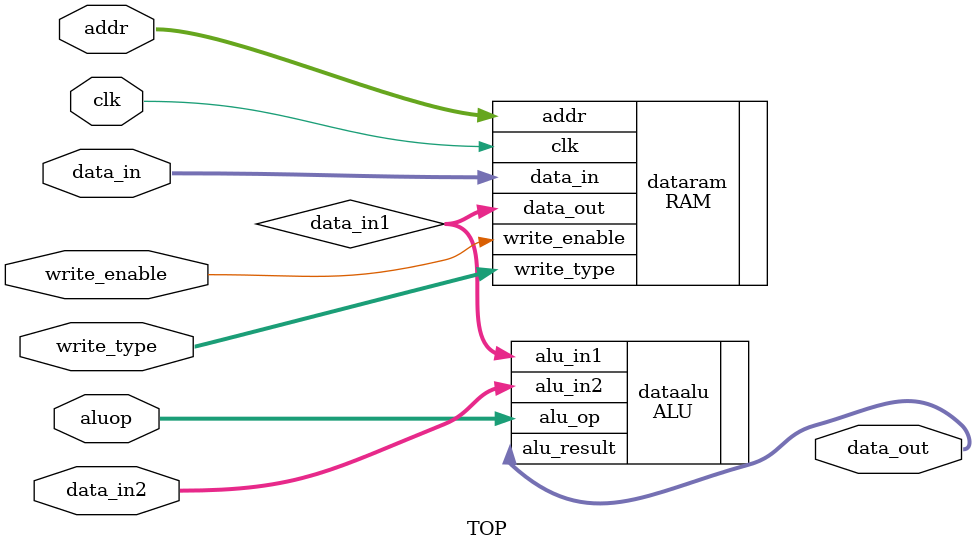
<source format=v>
`include"src/ram.v"
`include"src/alu.v"

module TOP (
    input clk,
    input write_enable,
    input [2:0] write_type,
    input [31:0] addr,
    input [31:0] data_in,
    input [3:0] aluop,
    input [31:0] data_in2,
    output [31:0] data_out
);
    wire [31:0] data_in1;
    RAM dataram(.clk(clk),.write_enable(write_enable),.write_type(write_type),.addr(addr),.data_in(data_in),.data_out(data_in1));
    ALU dataalu(.alu_in1(data_in1),.alu_in2(data_in2),.alu_op(aluop),.alu_result(data_out));
endmodule
</source>
